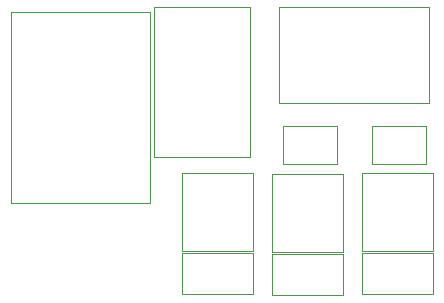
<source format=gbr>
G04 #@! TF.FileFunction,Other,User*
%FSLAX46Y46*%
G04 Gerber Fmt 4.6, Leading zero omitted, Abs format (unit mm)*
G04 Created by KiCad (PCBNEW 4.0.1-3.201512221402+6198~38~ubuntu14.04.1-stable) date Sat 30 Jul 2016 07:40:51 PM PDT*
%MOMM*%
G01*
G04 APERTURE LIST*
%ADD10C,0.100000*%
%ADD11C,0.050000*%
G04 APERTURE END LIST*
D10*
D11*
X108316000Y-84706000D02*
X108316000Y-100956000D01*
X120066000Y-84706000D02*
X108316000Y-84706000D01*
X120066000Y-100956000D02*
X120066000Y-84706000D01*
X108316000Y-100956000D02*
X120066000Y-100956000D01*
X135928000Y-97612000D02*
X131328000Y-97612000D01*
X135928000Y-94412000D02*
X131328000Y-94412000D01*
X135928000Y-97612000D02*
X135928000Y-94412000D01*
X131328000Y-97612000D02*
X131328000Y-94412000D01*
X136433500Y-98427000D02*
X130383500Y-98427000D01*
X136433500Y-105027000D02*
X130383500Y-105027000D01*
X136433500Y-98427000D02*
X136425940Y-105027000D01*
X130383500Y-98427000D02*
X130383500Y-105027000D01*
X136433500Y-105247500D02*
X130383500Y-105247500D01*
X136433500Y-108747500D02*
X130383500Y-108747500D01*
X136433500Y-105247500D02*
X136433500Y-108747500D01*
X130383500Y-105247500D02*
X130383500Y-108747500D01*
X144053500Y-98363500D02*
X138003500Y-98363500D01*
X144053500Y-104963500D02*
X138003500Y-104963500D01*
X144053500Y-98363500D02*
X144045940Y-104963500D01*
X138003500Y-98363500D02*
X138003500Y-104963500D01*
X128813500Y-98363500D02*
X122763500Y-98363500D01*
X128813500Y-104963500D02*
X122763500Y-104963500D01*
X128813500Y-98363500D02*
X128805940Y-104963500D01*
X122763500Y-98363500D02*
X122763500Y-104963500D01*
X144053500Y-105120500D02*
X138003500Y-105120500D01*
X144053500Y-108620500D02*
X138003500Y-108620500D01*
X144053500Y-105120500D02*
X144053500Y-108620500D01*
X138003500Y-105120500D02*
X138003500Y-108620500D01*
X128813500Y-105120500D02*
X122763500Y-105120500D01*
X128813500Y-108620500D02*
X122763500Y-108620500D01*
X128813500Y-105120500D02*
X128813500Y-108620500D01*
X122763500Y-105120500D02*
X122763500Y-108620500D01*
X120396000Y-84328000D02*
X128524000Y-84328000D01*
X120396000Y-97028000D02*
X120396000Y-84328000D01*
X128524000Y-97028000D02*
X120396000Y-97028000D01*
X128524000Y-84328000D02*
X128524000Y-97028000D01*
X143718280Y-84328000D02*
X143718280Y-92456000D01*
X131018280Y-84328000D02*
X143718280Y-84328000D01*
X131018280Y-92456000D02*
X131018280Y-84328000D01*
X143718280Y-92456000D02*
X131018280Y-92456000D01*
X143500000Y-97612000D02*
X138900000Y-97612000D01*
X143500000Y-94412000D02*
X138900000Y-94412000D01*
X143500000Y-97612000D02*
X143500000Y-94412000D01*
X138900000Y-97612000D02*
X138900000Y-94412000D01*
M02*

</source>
